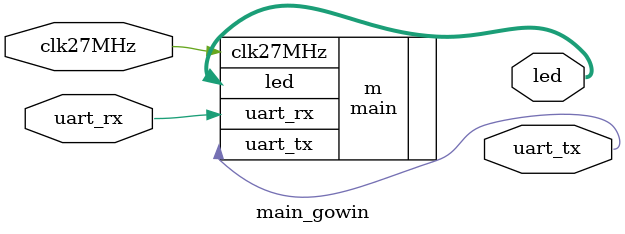
<source format=sv>
`default_nettype none

module main_gowin
(
    input  wire clk27MHz,
    input  wire uart_rx,
    output wire uart_tx,
    output logic [5:0]  led
);

`define MEM_FILE "../xv6/kernel/kernel.bin.aligned"
`define MEMORY_WIDTH 16
`define MEMORY_DELAY 0

`define EDISK_FILEPATH "../xv6/fs.img.aligned"
`define EDISK_WIDTH 16

main #() m (
    .clk27MHz(clk27MHz),
    .uart_rx(uart_rx),
    .uart_tx(uart_tx),
    .led(led)
);

endmodule
</source>
